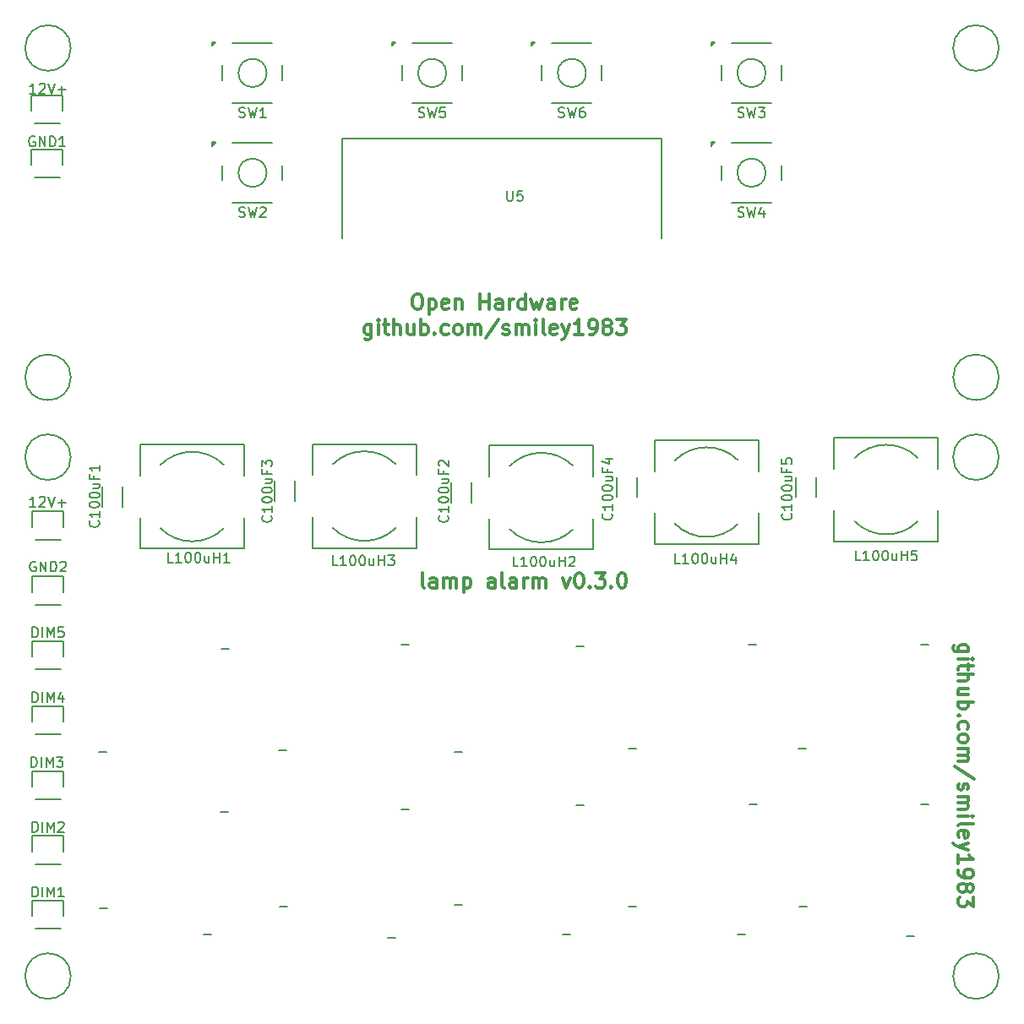
<source format=gbr>
G04 #@! TF.FileFunction,Legend,Top*
%FSLAX46Y46*%
G04 Gerber Fmt 4.6, Leading zero omitted, Abs format (unit mm)*
G04 Created by KiCad (PCBNEW 4.0.7) date Sat Oct  7 11:25:55 2017*
%MOMM*%
%LPD*%
G01*
G04 APERTURE LIST*
%ADD10C,0.100000*%
%ADD11C,0.300000*%
%ADD12C,0.150000*%
G04 APERTURE END LIST*
D10*
D11*
X71235716Y-87578571D02*
X71092858Y-87507143D01*
X71021430Y-87364286D01*
X71021430Y-86078571D01*
X72450001Y-87578571D02*
X72450001Y-86792857D01*
X72378572Y-86650000D01*
X72235715Y-86578571D01*
X71950001Y-86578571D01*
X71807144Y-86650000D01*
X72450001Y-87507143D02*
X72307144Y-87578571D01*
X71950001Y-87578571D01*
X71807144Y-87507143D01*
X71735715Y-87364286D01*
X71735715Y-87221429D01*
X71807144Y-87078571D01*
X71950001Y-87007143D01*
X72307144Y-87007143D01*
X72450001Y-86935714D01*
X73164287Y-87578571D02*
X73164287Y-86578571D01*
X73164287Y-86721429D02*
X73235715Y-86650000D01*
X73378573Y-86578571D01*
X73592858Y-86578571D01*
X73735715Y-86650000D01*
X73807144Y-86792857D01*
X73807144Y-87578571D01*
X73807144Y-86792857D02*
X73878573Y-86650000D01*
X74021430Y-86578571D01*
X74235715Y-86578571D01*
X74378573Y-86650000D01*
X74450001Y-86792857D01*
X74450001Y-87578571D01*
X75164287Y-86578571D02*
X75164287Y-88078571D01*
X75164287Y-86650000D02*
X75307144Y-86578571D01*
X75592858Y-86578571D01*
X75735715Y-86650000D01*
X75807144Y-86721429D01*
X75878573Y-86864286D01*
X75878573Y-87292857D01*
X75807144Y-87435714D01*
X75735715Y-87507143D01*
X75592858Y-87578571D01*
X75307144Y-87578571D01*
X75164287Y-87507143D01*
X78307144Y-87578571D02*
X78307144Y-86792857D01*
X78235715Y-86650000D01*
X78092858Y-86578571D01*
X77807144Y-86578571D01*
X77664287Y-86650000D01*
X78307144Y-87507143D02*
X78164287Y-87578571D01*
X77807144Y-87578571D01*
X77664287Y-87507143D01*
X77592858Y-87364286D01*
X77592858Y-87221429D01*
X77664287Y-87078571D01*
X77807144Y-87007143D01*
X78164287Y-87007143D01*
X78307144Y-86935714D01*
X79235716Y-87578571D02*
X79092858Y-87507143D01*
X79021430Y-87364286D01*
X79021430Y-86078571D01*
X80450001Y-87578571D02*
X80450001Y-86792857D01*
X80378572Y-86650000D01*
X80235715Y-86578571D01*
X79950001Y-86578571D01*
X79807144Y-86650000D01*
X80450001Y-87507143D02*
X80307144Y-87578571D01*
X79950001Y-87578571D01*
X79807144Y-87507143D01*
X79735715Y-87364286D01*
X79735715Y-87221429D01*
X79807144Y-87078571D01*
X79950001Y-87007143D01*
X80307144Y-87007143D01*
X80450001Y-86935714D01*
X81164287Y-87578571D02*
X81164287Y-86578571D01*
X81164287Y-86864286D02*
X81235715Y-86721429D01*
X81307144Y-86650000D01*
X81450001Y-86578571D01*
X81592858Y-86578571D01*
X82092858Y-87578571D02*
X82092858Y-86578571D01*
X82092858Y-86721429D02*
X82164286Y-86650000D01*
X82307144Y-86578571D01*
X82521429Y-86578571D01*
X82664286Y-86650000D01*
X82735715Y-86792857D01*
X82735715Y-87578571D01*
X82735715Y-86792857D02*
X82807144Y-86650000D01*
X82950001Y-86578571D01*
X83164286Y-86578571D01*
X83307144Y-86650000D01*
X83378572Y-86792857D01*
X83378572Y-87578571D01*
X85092858Y-86578571D02*
X85450001Y-87578571D01*
X85807143Y-86578571D01*
X86664286Y-86078571D02*
X86807143Y-86078571D01*
X86950000Y-86150000D01*
X87021429Y-86221429D01*
X87092858Y-86364286D01*
X87164286Y-86650000D01*
X87164286Y-87007143D01*
X87092858Y-87292857D01*
X87021429Y-87435714D01*
X86950000Y-87507143D01*
X86807143Y-87578571D01*
X86664286Y-87578571D01*
X86521429Y-87507143D01*
X86450000Y-87435714D01*
X86378572Y-87292857D01*
X86307143Y-87007143D01*
X86307143Y-86650000D01*
X86378572Y-86364286D01*
X86450000Y-86221429D01*
X86521429Y-86150000D01*
X86664286Y-86078571D01*
X87807143Y-87435714D02*
X87878571Y-87507143D01*
X87807143Y-87578571D01*
X87735714Y-87507143D01*
X87807143Y-87435714D01*
X87807143Y-87578571D01*
X88378572Y-86078571D02*
X89307143Y-86078571D01*
X88807143Y-86650000D01*
X89021429Y-86650000D01*
X89164286Y-86721429D01*
X89235715Y-86792857D01*
X89307143Y-86935714D01*
X89307143Y-87292857D01*
X89235715Y-87435714D01*
X89164286Y-87507143D01*
X89021429Y-87578571D01*
X88592857Y-87578571D01*
X88450000Y-87507143D01*
X88378572Y-87435714D01*
X89950000Y-87435714D02*
X90021428Y-87507143D01*
X89950000Y-87578571D01*
X89878571Y-87507143D01*
X89950000Y-87435714D01*
X89950000Y-87578571D01*
X90950000Y-86078571D02*
X91092857Y-86078571D01*
X91235714Y-86150000D01*
X91307143Y-86221429D01*
X91378572Y-86364286D01*
X91450000Y-86650000D01*
X91450000Y-87007143D01*
X91378572Y-87292857D01*
X91307143Y-87435714D01*
X91235714Y-87507143D01*
X91092857Y-87578571D01*
X90950000Y-87578571D01*
X90807143Y-87507143D01*
X90735714Y-87435714D01*
X90664286Y-87292857D01*
X90592857Y-87007143D01*
X90592857Y-86650000D01*
X90664286Y-86364286D01*
X90735714Y-86221429D01*
X90807143Y-86150000D01*
X90950000Y-86078571D01*
X125721429Y-94007143D02*
X124507143Y-94007143D01*
X124364286Y-93935714D01*
X124292857Y-93864286D01*
X124221429Y-93721429D01*
X124221429Y-93507143D01*
X124292857Y-93364286D01*
X124792857Y-94007143D02*
X124721429Y-93864286D01*
X124721429Y-93578572D01*
X124792857Y-93435714D01*
X124864286Y-93364286D01*
X125007143Y-93292857D01*
X125435714Y-93292857D01*
X125578571Y-93364286D01*
X125650000Y-93435714D01*
X125721429Y-93578572D01*
X125721429Y-93864286D01*
X125650000Y-94007143D01*
X124721429Y-94721429D02*
X125721429Y-94721429D01*
X126221429Y-94721429D02*
X126150000Y-94650000D01*
X126078571Y-94721429D01*
X126150000Y-94792857D01*
X126221429Y-94721429D01*
X126078571Y-94721429D01*
X125721429Y-95221429D02*
X125721429Y-95792858D01*
X126221429Y-95435715D02*
X124935714Y-95435715D01*
X124792857Y-95507143D01*
X124721429Y-95650001D01*
X124721429Y-95792858D01*
X124721429Y-96292858D02*
X126221429Y-96292858D01*
X124721429Y-96935715D02*
X125507143Y-96935715D01*
X125650000Y-96864286D01*
X125721429Y-96721429D01*
X125721429Y-96507144D01*
X125650000Y-96364286D01*
X125578571Y-96292858D01*
X125721429Y-98292858D02*
X124721429Y-98292858D01*
X125721429Y-97650001D02*
X124935714Y-97650001D01*
X124792857Y-97721429D01*
X124721429Y-97864287D01*
X124721429Y-98078572D01*
X124792857Y-98221429D01*
X124864286Y-98292858D01*
X124721429Y-99007144D02*
X126221429Y-99007144D01*
X125650000Y-99007144D02*
X125721429Y-99150001D01*
X125721429Y-99435715D01*
X125650000Y-99578572D01*
X125578571Y-99650001D01*
X125435714Y-99721430D01*
X125007143Y-99721430D01*
X124864286Y-99650001D01*
X124792857Y-99578572D01*
X124721429Y-99435715D01*
X124721429Y-99150001D01*
X124792857Y-99007144D01*
X124864286Y-100364287D02*
X124792857Y-100435715D01*
X124721429Y-100364287D01*
X124792857Y-100292858D01*
X124864286Y-100364287D01*
X124721429Y-100364287D01*
X124792857Y-101721430D02*
X124721429Y-101578573D01*
X124721429Y-101292859D01*
X124792857Y-101150001D01*
X124864286Y-101078573D01*
X125007143Y-101007144D01*
X125435714Y-101007144D01*
X125578571Y-101078573D01*
X125650000Y-101150001D01*
X125721429Y-101292859D01*
X125721429Y-101578573D01*
X125650000Y-101721430D01*
X124721429Y-102578573D02*
X124792857Y-102435715D01*
X124864286Y-102364287D01*
X125007143Y-102292858D01*
X125435714Y-102292858D01*
X125578571Y-102364287D01*
X125650000Y-102435715D01*
X125721429Y-102578573D01*
X125721429Y-102792858D01*
X125650000Y-102935715D01*
X125578571Y-103007144D01*
X125435714Y-103078573D01*
X125007143Y-103078573D01*
X124864286Y-103007144D01*
X124792857Y-102935715D01*
X124721429Y-102792858D01*
X124721429Y-102578573D01*
X124721429Y-103721430D02*
X125721429Y-103721430D01*
X125578571Y-103721430D02*
X125650000Y-103792858D01*
X125721429Y-103935716D01*
X125721429Y-104150001D01*
X125650000Y-104292858D01*
X125507143Y-104364287D01*
X124721429Y-104364287D01*
X125507143Y-104364287D02*
X125650000Y-104435716D01*
X125721429Y-104578573D01*
X125721429Y-104792858D01*
X125650000Y-104935716D01*
X125507143Y-105007144D01*
X124721429Y-105007144D01*
X126292857Y-106792858D02*
X124364286Y-105507144D01*
X124792857Y-107221430D02*
X124721429Y-107364287D01*
X124721429Y-107650002D01*
X124792857Y-107792859D01*
X124935714Y-107864287D01*
X125007143Y-107864287D01*
X125150000Y-107792859D01*
X125221429Y-107650002D01*
X125221429Y-107435716D01*
X125292857Y-107292859D01*
X125435714Y-107221430D01*
X125507143Y-107221430D01*
X125650000Y-107292859D01*
X125721429Y-107435716D01*
X125721429Y-107650002D01*
X125650000Y-107792859D01*
X124721429Y-108507145D02*
X125721429Y-108507145D01*
X125578571Y-108507145D02*
X125650000Y-108578573D01*
X125721429Y-108721431D01*
X125721429Y-108935716D01*
X125650000Y-109078573D01*
X125507143Y-109150002D01*
X124721429Y-109150002D01*
X125507143Y-109150002D02*
X125650000Y-109221431D01*
X125721429Y-109364288D01*
X125721429Y-109578573D01*
X125650000Y-109721431D01*
X125507143Y-109792859D01*
X124721429Y-109792859D01*
X124721429Y-110507145D02*
X125721429Y-110507145D01*
X126221429Y-110507145D02*
X126150000Y-110435716D01*
X126078571Y-110507145D01*
X126150000Y-110578573D01*
X126221429Y-110507145D01*
X126078571Y-110507145D01*
X124721429Y-111435717D02*
X124792857Y-111292859D01*
X124935714Y-111221431D01*
X126221429Y-111221431D01*
X124792857Y-112578573D02*
X124721429Y-112435716D01*
X124721429Y-112150002D01*
X124792857Y-112007145D01*
X124935714Y-111935716D01*
X125507143Y-111935716D01*
X125650000Y-112007145D01*
X125721429Y-112150002D01*
X125721429Y-112435716D01*
X125650000Y-112578573D01*
X125507143Y-112650002D01*
X125364286Y-112650002D01*
X125221429Y-111935716D01*
X125721429Y-113150002D02*
X124721429Y-113507145D01*
X125721429Y-113864287D02*
X124721429Y-113507145D01*
X124364286Y-113364287D01*
X124292857Y-113292859D01*
X124221429Y-113150002D01*
X124721429Y-115221430D02*
X124721429Y-114364287D01*
X124721429Y-114792859D02*
X126221429Y-114792859D01*
X126007143Y-114650002D01*
X125864286Y-114507144D01*
X125792857Y-114364287D01*
X124721429Y-115935715D02*
X124721429Y-116221430D01*
X124792857Y-116364287D01*
X124864286Y-116435715D01*
X125078571Y-116578573D01*
X125364286Y-116650001D01*
X125935714Y-116650001D01*
X126078571Y-116578573D01*
X126150000Y-116507144D01*
X126221429Y-116364287D01*
X126221429Y-116078573D01*
X126150000Y-115935715D01*
X126078571Y-115864287D01*
X125935714Y-115792858D01*
X125578571Y-115792858D01*
X125435714Y-115864287D01*
X125364286Y-115935715D01*
X125292857Y-116078573D01*
X125292857Y-116364287D01*
X125364286Y-116507144D01*
X125435714Y-116578573D01*
X125578571Y-116650001D01*
X125578571Y-117507144D02*
X125650000Y-117364286D01*
X125721429Y-117292858D01*
X125864286Y-117221429D01*
X125935714Y-117221429D01*
X126078571Y-117292858D01*
X126150000Y-117364286D01*
X126221429Y-117507144D01*
X126221429Y-117792858D01*
X126150000Y-117935715D01*
X126078571Y-118007144D01*
X125935714Y-118078572D01*
X125864286Y-118078572D01*
X125721429Y-118007144D01*
X125650000Y-117935715D01*
X125578571Y-117792858D01*
X125578571Y-117507144D01*
X125507143Y-117364286D01*
X125435714Y-117292858D01*
X125292857Y-117221429D01*
X125007143Y-117221429D01*
X124864286Y-117292858D01*
X124792857Y-117364286D01*
X124721429Y-117507144D01*
X124721429Y-117792858D01*
X124792857Y-117935715D01*
X124864286Y-118007144D01*
X125007143Y-118078572D01*
X125292857Y-118078572D01*
X125435714Y-118007144D01*
X125507143Y-117935715D01*
X125578571Y-117792858D01*
X126221429Y-118578572D02*
X126221429Y-119507143D01*
X125650000Y-119007143D01*
X125650000Y-119221429D01*
X125578571Y-119364286D01*
X125507143Y-119435715D01*
X125364286Y-119507143D01*
X125007143Y-119507143D01*
X124864286Y-119435715D01*
X124792857Y-119364286D01*
X124721429Y-119221429D01*
X124721429Y-118792857D01*
X124792857Y-118650000D01*
X124864286Y-118578572D01*
X70397143Y-58173571D02*
X70682857Y-58173571D01*
X70825715Y-58245000D01*
X70968572Y-58387857D01*
X71040000Y-58673571D01*
X71040000Y-59173571D01*
X70968572Y-59459286D01*
X70825715Y-59602143D01*
X70682857Y-59673571D01*
X70397143Y-59673571D01*
X70254286Y-59602143D01*
X70111429Y-59459286D01*
X70040000Y-59173571D01*
X70040000Y-58673571D01*
X70111429Y-58387857D01*
X70254286Y-58245000D01*
X70397143Y-58173571D01*
X71682858Y-58673571D02*
X71682858Y-60173571D01*
X71682858Y-58745000D02*
X71825715Y-58673571D01*
X72111429Y-58673571D01*
X72254286Y-58745000D01*
X72325715Y-58816429D01*
X72397144Y-58959286D01*
X72397144Y-59387857D01*
X72325715Y-59530714D01*
X72254286Y-59602143D01*
X72111429Y-59673571D01*
X71825715Y-59673571D01*
X71682858Y-59602143D01*
X73611429Y-59602143D02*
X73468572Y-59673571D01*
X73182858Y-59673571D01*
X73040001Y-59602143D01*
X72968572Y-59459286D01*
X72968572Y-58887857D01*
X73040001Y-58745000D01*
X73182858Y-58673571D01*
X73468572Y-58673571D01*
X73611429Y-58745000D01*
X73682858Y-58887857D01*
X73682858Y-59030714D01*
X72968572Y-59173571D01*
X74325715Y-58673571D02*
X74325715Y-59673571D01*
X74325715Y-58816429D02*
X74397143Y-58745000D01*
X74540001Y-58673571D01*
X74754286Y-58673571D01*
X74897143Y-58745000D01*
X74968572Y-58887857D01*
X74968572Y-59673571D01*
X76825715Y-59673571D02*
X76825715Y-58173571D01*
X76825715Y-58887857D02*
X77682858Y-58887857D01*
X77682858Y-59673571D02*
X77682858Y-58173571D01*
X79040001Y-59673571D02*
X79040001Y-58887857D01*
X78968572Y-58745000D01*
X78825715Y-58673571D01*
X78540001Y-58673571D01*
X78397144Y-58745000D01*
X79040001Y-59602143D02*
X78897144Y-59673571D01*
X78540001Y-59673571D01*
X78397144Y-59602143D01*
X78325715Y-59459286D01*
X78325715Y-59316429D01*
X78397144Y-59173571D01*
X78540001Y-59102143D01*
X78897144Y-59102143D01*
X79040001Y-59030714D01*
X79754287Y-59673571D02*
X79754287Y-58673571D01*
X79754287Y-58959286D02*
X79825715Y-58816429D01*
X79897144Y-58745000D01*
X80040001Y-58673571D01*
X80182858Y-58673571D01*
X81325715Y-59673571D02*
X81325715Y-58173571D01*
X81325715Y-59602143D02*
X81182858Y-59673571D01*
X80897144Y-59673571D01*
X80754286Y-59602143D01*
X80682858Y-59530714D01*
X80611429Y-59387857D01*
X80611429Y-58959286D01*
X80682858Y-58816429D01*
X80754286Y-58745000D01*
X80897144Y-58673571D01*
X81182858Y-58673571D01*
X81325715Y-58745000D01*
X81897144Y-58673571D02*
X82182858Y-59673571D01*
X82468572Y-58959286D01*
X82754287Y-59673571D01*
X83040001Y-58673571D01*
X84254287Y-59673571D02*
X84254287Y-58887857D01*
X84182858Y-58745000D01*
X84040001Y-58673571D01*
X83754287Y-58673571D01*
X83611430Y-58745000D01*
X84254287Y-59602143D02*
X84111430Y-59673571D01*
X83754287Y-59673571D01*
X83611430Y-59602143D01*
X83540001Y-59459286D01*
X83540001Y-59316429D01*
X83611430Y-59173571D01*
X83754287Y-59102143D01*
X84111430Y-59102143D01*
X84254287Y-59030714D01*
X84968573Y-59673571D02*
X84968573Y-58673571D01*
X84968573Y-58959286D02*
X85040001Y-58816429D01*
X85111430Y-58745000D01*
X85254287Y-58673571D01*
X85397144Y-58673571D01*
X86468572Y-59602143D02*
X86325715Y-59673571D01*
X86040001Y-59673571D01*
X85897144Y-59602143D01*
X85825715Y-59459286D01*
X85825715Y-58887857D01*
X85897144Y-58745000D01*
X86040001Y-58673571D01*
X86325715Y-58673571D01*
X86468572Y-58745000D01*
X86540001Y-58887857D01*
X86540001Y-59030714D01*
X85825715Y-59173571D01*
X65897143Y-61223571D02*
X65897143Y-62437857D01*
X65825714Y-62580714D01*
X65754286Y-62652143D01*
X65611429Y-62723571D01*
X65397143Y-62723571D01*
X65254286Y-62652143D01*
X65897143Y-62152143D02*
X65754286Y-62223571D01*
X65468572Y-62223571D01*
X65325714Y-62152143D01*
X65254286Y-62080714D01*
X65182857Y-61937857D01*
X65182857Y-61509286D01*
X65254286Y-61366429D01*
X65325714Y-61295000D01*
X65468572Y-61223571D01*
X65754286Y-61223571D01*
X65897143Y-61295000D01*
X66611429Y-62223571D02*
X66611429Y-61223571D01*
X66611429Y-60723571D02*
X66540000Y-60795000D01*
X66611429Y-60866429D01*
X66682857Y-60795000D01*
X66611429Y-60723571D01*
X66611429Y-60866429D01*
X67111429Y-61223571D02*
X67682858Y-61223571D01*
X67325715Y-60723571D02*
X67325715Y-62009286D01*
X67397143Y-62152143D01*
X67540001Y-62223571D01*
X67682858Y-62223571D01*
X68182858Y-62223571D02*
X68182858Y-60723571D01*
X68825715Y-62223571D02*
X68825715Y-61437857D01*
X68754286Y-61295000D01*
X68611429Y-61223571D01*
X68397144Y-61223571D01*
X68254286Y-61295000D01*
X68182858Y-61366429D01*
X70182858Y-61223571D02*
X70182858Y-62223571D01*
X69540001Y-61223571D02*
X69540001Y-62009286D01*
X69611429Y-62152143D01*
X69754287Y-62223571D01*
X69968572Y-62223571D01*
X70111429Y-62152143D01*
X70182858Y-62080714D01*
X70897144Y-62223571D02*
X70897144Y-60723571D01*
X70897144Y-61295000D02*
X71040001Y-61223571D01*
X71325715Y-61223571D01*
X71468572Y-61295000D01*
X71540001Y-61366429D01*
X71611430Y-61509286D01*
X71611430Y-61937857D01*
X71540001Y-62080714D01*
X71468572Y-62152143D01*
X71325715Y-62223571D01*
X71040001Y-62223571D01*
X70897144Y-62152143D01*
X72254287Y-62080714D02*
X72325715Y-62152143D01*
X72254287Y-62223571D01*
X72182858Y-62152143D01*
X72254287Y-62080714D01*
X72254287Y-62223571D01*
X73611430Y-62152143D02*
X73468573Y-62223571D01*
X73182859Y-62223571D01*
X73040001Y-62152143D01*
X72968573Y-62080714D01*
X72897144Y-61937857D01*
X72897144Y-61509286D01*
X72968573Y-61366429D01*
X73040001Y-61295000D01*
X73182859Y-61223571D01*
X73468573Y-61223571D01*
X73611430Y-61295000D01*
X74468573Y-62223571D02*
X74325715Y-62152143D01*
X74254287Y-62080714D01*
X74182858Y-61937857D01*
X74182858Y-61509286D01*
X74254287Y-61366429D01*
X74325715Y-61295000D01*
X74468573Y-61223571D01*
X74682858Y-61223571D01*
X74825715Y-61295000D01*
X74897144Y-61366429D01*
X74968573Y-61509286D01*
X74968573Y-61937857D01*
X74897144Y-62080714D01*
X74825715Y-62152143D01*
X74682858Y-62223571D01*
X74468573Y-62223571D01*
X75611430Y-62223571D02*
X75611430Y-61223571D01*
X75611430Y-61366429D02*
X75682858Y-61295000D01*
X75825716Y-61223571D01*
X76040001Y-61223571D01*
X76182858Y-61295000D01*
X76254287Y-61437857D01*
X76254287Y-62223571D01*
X76254287Y-61437857D02*
X76325716Y-61295000D01*
X76468573Y-61223571D01*
X76682858Y-61223571D01*
X76825716Y-61295000D01*
X76897144Y-61437857D01*
X76897144Y-62223571D01*
X78682858Y-60652143D02*
X77397144Y-62580714D01*
X79111430Y-62152143D02*
X79254287Y-62223571D01*
X79540002Y-62223571D01*
X79682859Y-62152143D01*
X79754287Y-62009286D01*
X79754287Y-61937857D01*
X79682859Y-61795000D01*
X79540002Y-61723571D01*
X79325716Y-61723571D01*
X79182859Y-61652143D01*
X79111430Y-61509286D01*
X79111430Y-61437857D01*
X79182859Y-61295000D01*
X79325716Y-61223571D01*
X79540002Y-61223571D01*
X79682859Y-61295000D01*
X80397145Y-62223571D02*
X80397145Y-61223571D01*
X80397145Y-61366429D02*
X80468573Y-61295000D01*
X80611431Y-61223571D01*
X80825716Y-61223571D01*
X80968573Y-61295000D01*
X81040002Y-61437857D01*
X81040002Y-62223571D01*
X81040002Y-61437857D02*
X81111431Y-61295000D01*
X81254288Y-61223571D01*
X81468573Y-61223571D01*
X81611431Y-61295000D01*
X81682859Y-61437857D01*
X81682859Y-62223571D01*
X82397145Y-62223571D02*
X82397145Y-61223571D01*
X82397145Y-60723571D02*
X82325716Y-60795000D01*
X82397145Y-60866429D01*
X82468573Y-60795000D01*
X82397145Y-60723571D01*
X82397145Y-60866429D01*
X83325717Y-62223571D02*
X83182859Y-62152143D01*
X83111431Y-62009286D01*
X83111431Y-60723571D01*
X84468573Y-62152143D02*
X84325716Y-62223571D01*
X84040002Y-62223571D01*
X83897145Y-62152143D01*
X83825716Y-62009286D01*
X83825716Y-61437857D01*
X83897145Y-61295000D01*
X84040002Y-61223571D01*
X84325716Y-61223571D01*
X84468573Y-61295000D01*
X84540002Y-61437857D01*
X84540002Y-61580714D01*
X83825716Y-61723571D01*
X85040002Y-61223571D02*
X85397145Y-62223571D01*
X85754287Y-61223571D02*
X85397145Y-62223571D01*
X85254287Y-62580714D01*
X85182859Y-62652143D01*
X85040002Y-62723571D01*
X87111430Y-62223571D02*
X86254287Y-62223571D01*
X86682859Y-62223571D02*
X86682859Y-60723571D01*
X86540002Y-60937857D01*
X86397144Y-61080714D01*
X86254287Y-61152143D01*
X87825715Y-62223571D02*
X88111430Y-62223571D01*
X88254287Y-62152143D01*
X88325715Y-62080714D01*
X88468573Y-61866429D01*
X88540001Y-61580714D01*
X88540001Y-61009286D01*
X88468573Y-60866429D01*
X88397144Y-60795000D01*
X88254287Y-60723571D01*
X87968573Y-60723571D01*
X87825715Y-60795000D01*
X87754287Y-60866429D01*
X87682858Y-61009286D01*
X87682858Y-61366429D01*
X87754287Y-61509286D01*
X87825715Y-61580714D01*
X87968573Y-61652143D01*
X88254287Y-61652143D01*
X88397144Y-61580714D01*
X88468573Y-61509286D01*
X88540001Y-61366429D01*
X89397144Y-61366429D02*
X89254286Y-61295000D01*
X89182858Y-61223571D01*
X89111429Y-61080714D01*
X89111429Y-61009286D01*
X89182858Y-60866429D01*
X89254286Y-60795000D01*
X89397144Y-60723571D01*
X89682858Y-60723571D01*
X89825715Y-60795000D01*
X89897144Y-60866429D01*
X89968572Y-61009286D01*
X89968572Y-61080714D01*
X89897144Y-61223571D01*
X89825715Y-61295000D01*
X89682858Y-61366429D01*
X89397144Y-61366429D01*
X89254286Y-61437857D01*
X89182858Y-61509286D01*
X89111429Y-61652143D01*
X89111429Y-61937857D01*
X89182858Y-62080714D01*
X89254286Y-62152143D01*
X89397144Y-62223571D01*
X89682858Y-62223571D01*
X89825715Y-62152143D01*
X89897144Y-62080714D01*
X89968572Y-61937857D01*
X89968572Y-61652143D01*
X89897144Y-61509286D01*
X89825715Y-61437857D01*
X89682858Y-61366429D01*
X90468572Y-60723571D02*
X91397143Y-60723571D01*
X90897143Y-61295000D01*
X91111429Y-61295000D01*
X91254286Y-61366429D01*
X91325715Y-61437857D01*
X91397143Y-61580714D01*
X91397143Y-61937857D01*
X91325715Y-62080714D01*
X91254286Y-62152143D01*
X91111429Y-62223571D01*
X90682857Y-62223571D01*
X90540000Y-62152143D01*
X90468572Y-62080714D01*
D12*
X34950000Y-38250000D02*
X34950000Y-39800000D01*
X31850000Y-39800000D02*
X31850000Y-38250000D01*
X31850000Y-38250000D02*
X34950000Y-38250000D01*
X32130000Y-41070000D02*
X34670000Y-41070000D01*
X35050000Y-79950000D02*
X35050000Y-81500000D01*
X31950000Y-81500000D02*
X31950000Y-79950000D01*
X31950000Y-79950000D02*
X35050000Y-79950000D01*
X32230000Y-82770000D02*
X34770000Y-82770000D01*
X40975000Y-79450000D02*
X40975000Y-77450000D01*
X38925000Y-77450000D02*
X38925000Y-79450000D01*
X75975000Y-79050000D02*
X75975000Y-77050000D01*
X73925000Y-77050000D02*
X73925000Y-79050000D01*
X58225000Y-78900000D02*
X58225000Y-76900000D01*
X56175000Y-76900000D02*
X56175000Y-78900000D01*
X92525000Y-78500000D02*
X92525000Y-76500000D01*
X90475000Y-76500000D02*
X90475000Y-78500000D01*
X110525000Y-78500000D02*
X110525000Y-76500000D01*
X108475000Y-76500000D02*
X108475000Y-78500000D01*
X35050000Y-118950000D02*
X35050000Y-120500000D01*
X31950000Y-120500000D02*
X31950000Y-118950000D01*
X31950000Y-118950000D02*
X35050000Y-118950000D01*
X32230000Y-121770000D02*
X34770000Y-121770000D01*
X35050000Y-112450000D02*
X35050000Y-114000000D01*
X31950000Y-114000000D02*
X31950000Y-112450000D01*
X31950000Y-112450000D02*
X35050000Y-112450000D01*
X32230000Y-115270000D02*
X34770000Y-115270000D01*
X35050000Y-105950000D02*
X35050000Y-107500000D01*
X31950000Y-107500000D02*
X31950000Y-105950000D01*
X31950000Y-105950000D02*
X35050000Y-105950000D01*
X32230000Y-108770000D02*
X34770000Y-108770000D01*
X35050000Y-99450000D02*
X35050000Y-101000000D01*
X31950000Y-101000000D02*
X31950000Y-99450000D01*
X31950000Y-99450000D02*
X35050000Y-99450000D01*
X32230000Y-102270000D02*
X34770000Y-102270000D01*
X35050000Y-92950000D02*
X35050000Y-94500000D01*
X31950000Y-94500000D02*
X31950000Y-92950000D01*
X31950000Y-92950000D02*
X35050000Y-92950000D01*
X32230000Y-95770000D02*
X34770000Y-95770000D01*
X34950000Y-43650000D02*
X34950000Y-45200000D01*
X31850000Y-45200000D02*
X31850000Y-43650000D01*
X31850000Y-43650000D02*
X34950000Y-43650000D01*
X32130000Y-46470000D02*
X34670000Y-46470000D01*
X35050000Y-86450000D02*
X35050000Y-88000000D01*
X31950000Y-88000000D02*
X31950000Y-86450000D01*
X31950000Y-86450000D02*
X35050000Y-86450000D01*
X32230000Y-89270000D02*
X34770000Y-89270000D01*
X44775000Y-81625000D02*
G75*
G03X51125000Y-81625000I3175000J3175000D01*
G01*
X51125000Y-75275000D02*
G75*
G03X44775000Y-75275000I-3175000J-3175000D01*
G01*
X53150000Y-73250000D02*
X53150000Y-76350000D01*
X42750000Y-73250000D02*
X42750000Y-76350000D01*
X53150000Y-83650000D02*
X53150000Y-80550000D01*
X42750000Y-83650000D02*
X42750000Y-80550000D01*
X42750000Y-73250000D02*
X53150000Y-73250000D01*
X42750000Y-83650000D02*
X53150000Y-83650000D01*
X79775000Y-81725000D02*
G75*
G03X86125000Y-81725000I3175000J3175000D01*
G01*
X86125000Y-75375000D02*
G75*
G03X79775000Y-75375000I-3175000J-3175000D01*
G01*
X88150000Y-73350000D02*
X88150000Y-76450000D01*
X77750000Y-73350000D02*
X77750000Y-76450000D01*
X88150000Y-83750000D02*
X88150000Y-80650000D01*
X77750000Y-83750000D02*
X77750000Y-80650000D01*
X77750000Y-73350000D02*
X88150000Y-73350000D01*
X77750000Y-83750000D02*
X88150000Y-83750000D01*
X62025000Y-81575000D02*
G75*
G03X68375000Y-81575000I3175000J3175000D01*
G01*
X68375000Y-75225000D02*
G75*
G03X62025000Y-75225000I-3175000J-3175000D01*
G01*
X70400000Y-73200000D02*
X70400000Y-76300000D01*
X60000000Y-73200000D02*
X60000000Y-76300000D01*
X70400000Y-83600000D02*
X70400000Y-80500000D01*
X60000000Y-83600000D02*
X60000000Y-80500000D01*
X60000000Y-73200000D02*
X70400000Y-73200000D01*
X60000000Y-83600000D02*
X70400000Y-83600000D01*
X96325000Y-81175000D02*
G75*
G03X102675000Y-81175000I3175000J3175000D01*
G01*
X102675000Y-74825000D02*
G75*
G03X96325000Y-74825000I-3175000J-3175000D01*
G01*
X104700000Y-72800000D02*
X104700000Y-75900000D01*
X94300000Y-72800000D02*
X94300000Y-75900000D01*
X104700000Y-83200000D02*
X104700000Y-80100000D01*
X94300000Y-83200000D02*
X94300000Y-80100000D01*
X94300000Y-72800000D02*
X104700000Y-72800000D01*
X94300000Y-83200000D02*
X104700000Y-83200000D01*
X114325000Y-80925000D02*
G75*
G03X120675000Y-80925000I3175000J3175000D01*
G01*
X120675000Y-74575000D02*
G75*
G03X114325000Y-74575000I-3175000J-3175000D01*
G01*
X122700000Y-72550000D02*
X122700000Y-75650000D01*
X112300000Y-72550000D02*
X112300000Y-75650000D01*
X122700000Y-82950000D02*
X122700000Y-79850000D01*
X112300000Y-82950000D02*
X112300000Y-79850000D01*
X112300000Y-72550000D02*
X122700000Y-72550000D01*
X112300000Y-82950000D02*
X122700000Y-82950000D01*
X50050000Y-33000000D02*
X50050000Y-33100000D01*
X49950000Y-32950000D02*
X50300000Y-32950000D01*
X50300000Y-32950000D02*
G75*
G03X49950000Y-33300000I700000J-1050000D01*
G01*
X49950000Y-32950000D02*
X49950000Y-33300000D01*
X55414214Y-36000000D02*
G75*
G03X55414214Y-36000000I-1414214J0D01*
G01*
X52000000Y-39000000D02*
X56000000Y-39000000D01*
X52000000Y-33000000D02*
X56000000Y-33000000D01*
X51000000Y-36750000D02*
X51000000Y-35250000D01*
X57000000Y-35250000D02*
X57000000Y-36750000D01*
D10*
X51000000Y-36000000D02*
X51000000Y-36000000D01*
X56000000Y-39000000D02*
X52000000Y-39000000D01*
X56000000Y-33000000D02*
X52000000Y-33000000D01*
X57000000Y-36000000D02*
X57000000Y-36000000D01*
X55414214Y-36000000D02*
G75*
G03X55414214Y-36000000I-1414214J0D01*
G01*
D12*
X50050000Y-43000000D02*
X50050000Y-43100000D01*
X49950000Y-42950000D02*
X50300000Y-42950000D01*
X50300000Y-42950000D02*
G75*
G03X49950000Y-43300000I700000J-1050000D01*
G01*
X49950000Y-42950000D02*
X49950000Y-43300000D01*
X55414214Y-46000000D02*
G75*
G03X55414214Y-46000000I-1414214J0D01*
G01*
X52000000Y-49000000D02*
X56000000Y-49000000D01*
X52000000Y-43000000D02*
X56000000Y-43000000D01*
X51000000Y-46750000D02*
X51000000Y-45250000D01*
X57000000Y-45250000D02*
X57000000Y-46750000D01*
D10*
X51000000Y-46000000D02*
X51000000Y-46000000D01*
X56000000Y-49000000D02*
X52000000Y-49000000D01*
X56000000Y-43000000D02*
X52000000Y-43000000D01*
X57000000Y-46000000D02*
X57000000Y-46000000D01*
X55414214Y-46000000D02*
G75*
G03X55414214Y-46000000I-1414214J0D01*
G01*
D12*
X100050000Y-33000000D02*
X100050000Y-33100000D01*
X99950000Y-32950000D02*
X100300000Y-32950000D01*
X100300000Y-32950000D02*
G75*
G03X99950000Y-33300000I700000J-1050000D01*
G01*
X99950000Y-32950000D02*
X99950000Y-33300000D01*
X105414214Y-36000000D02*
G75*
G03X105414214Y-36000000I-1414214J0D01*
G01*
X102000000Y-39000000D02*
X106000000Y-39000000D01*
X102000000Y-33000000D02*
X106000000Y-33000000D01*
X101000000Y-36750000D02*
X101000000Y-35250000D01*
X107000000Y-35250000D02*
X107000000Y-36750000D01*
D10*
X101000000Y-36000000D02*
X101000000Y-36000000D01*
X106000000Y-39000000D02*
X102000000Y-39000000D01*
X106000000Y-33000000D02*
X102000000Y-33000000D01*
X107000000Y-36000000D02*
X107000000Y-36000000D01*
X105414214Y-36000000D02*
G75*
G03X105414214Y-36000000I-1414214J0D01*
G01*
D12*
X100050000Y-43000000D02*
X100050000Y-43100000D01*
X99950000Y-42950000D02*
X100300000Y-42950000D01*
X100300000Y-42950000D02*
G75*
G03X99950000Y-43300000I700000J-1050000D01*
G01*
X99950000Y-42950000D02*
X99950000Y-43300000D01*
X105414214Y-46000000D02*
G75*
G03X105414214Y-46000000I-1414214J0D01*
G01*
X102000000Y-49000000D02*
X106000000Y-49000000D01*
X102000000Y-43000000D02*
X106000000Y-43000000D01*
X101000000Y-46750000D02*
X101000000Y-45250000D01*
X107000000Y-45250000D02*
X107000000Y-46750000D01*
D10*
X101000000Y-46000000D02*
X101000000Y-46000000D01*
X106000000Y-49000000D02*
X102000000Y-49000000D01*
X106000000Y-43000000D02*
X102000000Y-43000000D01*
X107000000Y-46000000D02*
X107000000Y-46000000D01*
X105414214Y-46000000D02*
G75*
G03X105414214Y-46000000I-1414214J0D01*
G01*
D12*
X68050000Y-33000000D02*
X68050000Y-33100000D01*
X67950000Y-32950000D02*
X68300000Y-32950000D01*
X68300000Y-32950000D02*
G75*
G03X67950000Y-33300000I700000J-1050000D01*
G01*
X67950000Y-32950000D02*
X67950000Y-33300000D01*
X73414214Y-36000000D02*
G75*
G03X73414214Y-36000000I-1414214J0D01*
G01*
X70000000Y-39000000D02*
X74000000Y-39000000D01*
X70000000Y-33000000D02*
X74000000Y-33000000D01*
X69000000Y-36750000D02*
X69000000Y-35250000D01*
X75000000Y-35250000D02*
X75000000Y-36750000D01*
D10*
X69000000Y-36000000D02*
X69000000Y-36000000D01*
X74000000Y-39000000D02*
X70000000Y-39000000D01*
X74000000Y-33000000D02*
X70000000Y-33000000D01*
X75000000Y-36000000D02*
X75000000Y-36000000D01*
X73414214Y-36000000D02*
G75*
G03X73414214Y-36000000I-1414214J0D01*
G01*
D12*
X82050000Y-33000000D02*
X82050000Y-33100000D01*
X81950000Y-32950000D02*
X82300000Y-32950000D01*
X82300000Y-32950000D02*
G75*
G03X81950000Y-33300000I700000J-1050000D01*
G01*
X81950000Y-32950000D02*
X81950000Y-33300000D01*
X87414214Y-36000000D02*
G75*
G03X87414214Y-36000000I-1414214J0D01*
G01*
X84000000Y-39000000D02*
X88000000Y-39000000D01*
X84000000Y-33000000D02*
X88000000Y-33000000D01*
X83000000Y-36750000D02*
X83000000Y-35250000D01*
X89000000Y-35250000D02*
X89000000Y-36750000D01*
D10*
X83000000Y-36000000D02*
X83000000Y-36000000D01*
X88000000Y-39000000D02*
X84000000Y-39000000D01*
X88000000Y-33000000D02*
X84000000Y-33000000D01*
X89000000Y-36000000D02*
X89000000Y-36000000D01*
X87414214Y-36000000D02*
G75*
G03X87414214Y-36000000I-1414214J0D01*
G01*
D12*
X94949400Y-42600000D02*
X94949400Y-52600000D01*
X62949400Y-42600000D02*
X94949400Y-42600000D01*
X62949400Y-42600000D02*
X62949400Y-52600000D01*
X35786000Y-33500000D02*
G75*
G03X35786000Y-33500000I-2286000J0D01*
G01*
X35786000Y-66500000D02*
G75*
G03X35786000Y-66500000I-2286000J0D01*
G01*
X128786000Y-33500000D02*
G75*
G03X128786000Y-33500000I-2286000J0D01*
G01*
X128786000Y-66500000D02*
G75*
G03X128786000Y-66500000I-2286000J0D01*
G01*
X128786000Y-126500000D02*
G75*
G03X128786000Y-126500000I-2286000J0D01*
G01*
X128786000Y-74500000D02*
G75*
G03X128786000Y-74500000I-2286000J0D01*
G01*
X35786000Y-126500000D02*
G75*
G03X35786000Y-126500000I-2286000J0D01*
G01*
X35786000Y-74500000D02*
G75*
G03X35786000Y-74500000I-2286000J0D01*
G01*
X50819048Y-110071429D02*
X51580953Y-110071429D01*
X32261905Y-38052381D02*
X31690476Y-38052381D01*
X31976190Y-38052381D02*
X31976190Y-37052381D01*
X31880952Y-37195238D01*
X31785714Y-37290476D01*
X31690476Y-37338095D01*
X32642857Y-37147619D02*
X32690476Y-37100000D01*
X32785714Y-37052381D01*
X33023810Y-37052381D01*
X33119048Y-37100000D01*
X33166667Y-37147619D01*
X33214286Y-37242857D01*
X33214286Y-37338095D01*
X33166667Y-37480952D01*
X32595238Y-38052381D01*
X33214286Y-38052381D01*
X33500000Y-37052381D02*
X33833333Y-38052381D01*
X34166667Y-37052381D01*
X34500000Y-37671429D02*
X35261905Y-37671429D01*
X34880953Y-38052381D02*
X34880953Y-37290476D01*
X32261905Y-79452381D02*
X31690476Y-79452381D01*
X31976190Y-79452381D02*
X31976190Y-78452381D01*
X31880952Y-78595238D01*
X31785714Y-78690476D01*
X31690476Y-78738095D01*
X32642857Y-78547619D02*
X32690476Y-78500000D01*
X32785714Y-78452381D01*
X33023810Y-78452381D01*
X33119048Y-78500000D01*
X33166667Y-78547619D01*
X33214286Y-78642857D01*
X33214286Y-78738095D01*
X33166667Y-78880952D01*
X32595238Y-79452381D01*
X33214286Y-79452381D01*
X33500000Y-78452381D02*
X33833333Y-79452381D01*
X34166667Y-78452381D01*
X34500000Y-79071429D02*
X35261905Y-79071429D01*
X34880953Y-79452381D02*
X34880953Y-78690476D01*
X38557143Y-80876190D02*
X38604762Y-80923809D01*
X38652381Y-81066666D01*
X38652381Y-81161904D01*
X38604762Y-81304762D01*
X38509524Y-81400000D01*
X38414286Y-81447619D01*
X38223810Y-81495238D01*
X38080952Y-81495238D01*
X37890476Y-81447619D01*
X37795238Y-81400000D01*
X37700000Y-81304762D01*
X37652381Y-81161904D01*
X37652381Y-81066666D01*
X37700000Y-80923809D01*
X37747619Y-80876190D01*
X38652381Y-79923809D02*
X38652381Y-80495238D01*
X38652381Y-80209524D02*
X37652381Y-80209524D01*
X37795238Y-80304762D01*
X37890476Y-80400000D01*
X37938095Y-80495238D01*
X37652381Y-79304762D02*
X37652381Y-79209523D01*
X37700000Y-79114285D01*
X37747619Y-79066666D01*
X37842857Y-79019047D01*
X38033333Y-78971428D01*
X38271429Y-78971428D01*
X38461905Y-79019047D01*
X38557143Y-79066666D01*
X38604762Y-79114285D01*
X38652381Y-79209523D01*
X38652381Y-79304762D01*
X38604762Y-79400000D01*
X38557143Y-79447619D01*
X38461905Y-79495238D01*
X38271429Y-79542857D01*
X38033333Y-79542857D01*
X37842857Y-79495238D01*
X37747619Y-79447619D01*
X37700000Y-79400000D01*
X37652381Y-79304762D01*
X37652381Y-78352381D02*
X37652381Y-78257142D01*
X37700000Y-78161904D01*
X37747619Y-78114285D01*
X37842857Y-78066666D01*
X38033333Y-78019047D01*
X38271429Y-78019047D01*
X38461905Y-78066666D01*
X38557143Y-78114285D01*
X38604762Y-78161904D01*
X38652381Y-78257142D01*
X38652381Y-78352381D01*
X38604762Y-78447619D01*
X38557143Y-78495238D01*
X38461905Y-78542857D01*
X38271429Y-78590476D01*
X38033333Y-78590476D01*
X37842857Y-78542857D01*
X37747619Y-78495238D01*
X37700000Y-78447619D01*
X37652381Y-78352381D01*
X37985714Y-77161904D02*
X38652381Y-77161904D01*
X37985714Y-77590476D02*
X38509524Y-77590476D01*
X38604762Y-77542857D01*
X38652381Y-77447619D01*
X38652381Y-77304761D01*
X38604762Y-77209523D01*
X38557143Y-77161904D01*
X38128571Y-76352380D02*
X38128571Y-76685714D01*
X38652381Y-76685714D02*
X37652381Y-76685714D01*
X37652381Y-76209523D01*
X38652381Y-75304761D02*
X38652381Y-75876190D01*
X38652381Y-75590476D02*
X37652381Y-75590476D01*
X37795238Y-75685714D01*
X37890476Y-75780952D01*
X37938095Y-75876190D01*
X73557143Y-80376190D02*
X73604762Y-80423809D01*
X73652381Y-80566666D01*
X73652381Y-80661904D01*
X73604762Y-80804762D01*
X73509524Y-80900000D01*
X73414286Y-80947619D01*
X73223810Y-80995238D01*
X73080952Y-80995238D01*
X72890476Y-80947619D01*
X72795238Y-80900000D01*
X72700000Y-80804762D01*
X72652381Y-80661904D01*
X72652381Y-80566666D01*
X72700000Y-80423809D01*
X72747619Y-80376190D01*
X73652381Y-79423809D02*
X73652381Y-79995238D01*
X73652381Y-79709524D02*
X72652381Y-79709524D01*
X72795238Y-79804762D01*
X72890476Y-79900000D01*
X72938095Y-79995238D01*
X72652381Y-78804762D02*
X72652381Y-78709523D01*
X72700000Y-78614285D01*
X72747619Y-78566666D01*
X72842857Y-78519047D01*
X73033333Y-78471428D01*
X73271429Y-78471428D01*
X73461905Y-78519047D01*
X73557143Y-78566666D01*
X73604762Y-78614285D01*
X73652381Y-78709523D01*
X73652381Y-78804762D01*
X73604762Y-78900000D01*
X73557143Y-78947619D01*
X73461905Y-78995238D01*
X73271429Y-79042857D01*
X73033333Y-79042857D01*
X72842857Y-78995238D01*
X72747619Y-78947619D01*
X72700000Y-78900000D01*
X72652381Y-78804762D01*
X72652381Y-77852381D02*
X72652381Y-77757142D01*
X72700000Y-77661904D01*
X72747619Y-77614285D01*
X72842857Y-77566666D01*
X73033333Y-77519047D01*
X73271429Y-77519047D01*
X73461905Y-77566666D01*
X73557143Y-77614285D01*
X73604762Y-77661904D01*
X73652381Y-77757142D01*
X73652381Y-77852381D01*
X73604762Y-77947619D01*
X73557143Y-77995238D01*
X73461905Y-78042857D01*
X73271429Y-78090476D01*
X73033333Y-78090476D01*
X72842857Y-78042857D01*
X72747619Y-77995238D01*
X72700000Y-77947619D01*
X72652381Y-77852381D01*
X72985714Y-76661904D02*
X73652381Y-76661904D01*
X72985714Y-77090476D02*
X73509524Y-77090476D01*
X73604762Y-77042857D01*
X73652381Y-76947619D01*
X73652381Y-76804761D01*
X73604762Y-76709523D01*
X73557143Y-76661904D01*
X73128571Y-75852380D02*
X73128571Y-76185714D01*
X73652381Y-76185714D02*
X72652381Y-76185714D01*
X72652381Y-75709523D01*
X72747619Y-75376190D02*
X72700000Y-75328571D01*
X72652381Y-75233333D01*
X72652381Y-74995237D01*
X72700000Y-74899999D01*
X72747619Y-74852380D01*
X72842857Y-74804761D01*
X72938095Y-74804761D01*
X73080952Y-74852380D01*
X73652381Y-75423809D01*
X73652381Y-74804761D01*
X55857143Y-80376190D02*
X55904762Y-80423809D01*
X55952381Y-80566666D01*
X55952381Y-80661904D01*
X55904762Y-80804762D01*
X55809524Y-80900000D01*
X55714286Y-80947619D01*
X55523810Y-80995238D01*
X55380952Y-80995238D01*
X55190476Y-80947619D01*
X55095238Y-80900000D01*
X55000000Y-80804762D01*
X54952381Y-80661904D01*
X54952381Y-80566666D01*
X55000000Y-80423809D01*
X55047619Y-80376190D01*
X55952381Y-79423809D02*
X55952381Y-79995238D01*
X55952381Y-79709524D02*
X54952381Y-79709524D01*
X55095238Y-79804762D01*
X55190476Y-79900000D01*
X55238095Y-79995238D01*
X54952381Y-78804762D02*
X54952381Y-78709523D01*
X55000000Y-78614285D01*
X55047619Y-78566666D01*
X55142857Y-78519047D01*
X55333333Y-78471428D01*
X55571429Y-78471428D01*
X55761905Y-78519047D01*
X55857143Y-78566666D01*
X55904762Y-78614285D01*
X55952381Y-78709523D01*
X55952381Y-78804762D01*
X55904762Y-78900000D01*
X55857143Y-78947619D01*
X55761905Y-78995238D01*
X55571429Y-79042857D01*
X55333333Y-79042857D01*
X55142857Y-78995238D01*
X55047619Y-78947619D01*
X55000000Y-78900000D01*
X54952381Y-78804762D01*
X54952381Y-77852381D02*
X54952381Y-77757142D01*
X55000000Y-77661904D01*
X55047619Y-77614285D01*
X55142857Y-77566666D01*
X55333333Y-77519047D01*
X55571429Y-77519047D01*
X55761905Y-77566666D01*
X55857143Y-77614285D01*
X55904762Y-77661904D01*
X55952381Y-77757142D01*
X55952381Y-77852381D01*
X55904762Y-77947619D01*
X55857143Y-77995238D01*
X55761905Y-78042857D01*
X55571429Y-78090476D01*
X55333333Y-78090476D01*
X55142857Y-78042857D01*
X55047619Y-77995238D01*
X55000000Y-77947619D01*
X54952381Y-77852381D01*
X55285714Y-76661904D02*
X55952381Y-76661904D01*
X55285714Y-77090476D02*
X55809524Y-77090476D01*
X55904762Y-77042857D01*
X55952381Y-76947619D01*
X55952381Y-76804761D01*
X55904762Y-76709523D01*
X55857143Y-76661904D01*
X55428571Y-75852380D02*
X55428571Y-76185714D01*
X55952381Y-76185714D02*
X54952381Y-76185714D01*
X54952381Y-75709523D01*
X54952381Y-75423809D02*
X54952381Y-74804761D01*
X55333333Y-75138095D01*
X55333333Y-74995237D01*
X55380952Y-74899999D01*
X55428571Y-74852380D01*
X55523810Y-74804761D01*
X55761905Y-74804761D01*
X55857143Y-74852380D01*
X55904762Y-74899999D01*
X55952381Y-74995237D01*
X55952381Y-75280952D01*
X55904762Y-75376190D01*
X55857143Y-75423809D01*
X89957143Y-80176190D02*
X90004762Y-80223809D01*
X90052381Y-80366666D01*
X90052381Y-80461904D01*
X90004762Y-80604762D01*
X89909524Y-80700000D01*
X89814286Y-80747619D01*
X89623810Y-80795238D01*
X89480952Y-80795238D01*
X89290476Y-80747619D01*
X89195238Y-80700000D01*
X89100000Y-80604762D01*
X89052381Y-80461904D01*
X89052381Y-80366666D01*
X89100000Y-80223809D01*
X89147619Y-80176190D01*
X90052381Y-79223809D02*
X90052381Y-79795238D01*
X90052381Y-79509524D02*
X89052381Y-79509524D01*
X89195238Y-79604762D01*
X89290476Y-79700000D01*
X89338095Y-79795238D01*
X89052381Y-78604762D02*
X89052381Y-78509523D01*
X89100000Y-78414285D01*
X89147619Y-78366666D01*
X89242857Y-78319047D01*
X89433333Y-78271428D01*
X89671429Y-78271428D01*
X89861905Y-78319047D01*
X89957143Y-78366666D01*
X90004762Y-78414285D01*
X90052381Y-78509523D01*
X90052381Y-78604762D01*
X90004762Y-78700000D01*
X89957143Y-78747619D01*
X89861905Y-78795238D01*
X89671429Y-78842857D01*
X89433333Y-78842857D01*
X89242857Y-78795238D01*
X89147619Y-78747619D01*
X89100000Y-78700000D01*
X89052381Y-78604762D01*
X89052381Y-77652381D02*
X89052381Y-77557142D01*
X89100000Y-77461904D01*
X89147619Y-77414285D01*
X89242857Y-77366666D01*
X89433333Y-77319047D01*
X89671429Y-77319047D01*
X89861905Y-77366666D01*
X89957143Y-77414285D01*
X90004762Y-77461904D01*
X90052381Y-77557142D01*
X90052381Y-77652381D01*
X90004762Y-77747619D01*
X89957143Y-77795238D01*
X89861905Y-77842857D01*
X89671429Y-77890476D01*
X89433333Y-77890476D01*
X89242857Y-77842857D01*
X89147619Y-77795238D01*
X89100000Y-77747619D01*
X89052381Y-77652381D01*
X89385714Y-76461904D02*
X90052381Y-76461904D01*
X89385714Y-76890476D02*
X89909524Y-76890476D01*
X90004762Y-76842857D01*
X90052381Y-76747619D01*
X90052381Y-76604761D01*
X90004762Y-76509523D01*
X89957143Y-76461904D01*
X89528571Y-75652380D02*
X89528571Y-75985714D01*
X90052381Y-75985714D02*
X89052381Y-75985714D01*
X89052381Y-75509523D01*
X89385714Y-74699999D02*
X90052381Y-74699999D01*
X89004762Y-74938095D02*
X89719048Y-75176190D01*
X89719048Y-74557142D01*
X107957143Y-80176190D02*
X108004762Y-80223809D01*
X108052381Y-80366666D01*
X108052381Y-80461904D01*
X108004762Y-80604762D01*
X107909524Y-80700000D01*
X107814286Y-80747619D01*
X107623810Y-80795238D01*
X107480952Y-80795238D01*
X107290476Y-80747619D01*
X107195238Y-80700000D01*
X107100000Y-80604762D01*
X107052381Y-80461904D01*
X107052381Y-80366666D01*
X107100000Y-80223809D01*
X107147619Y-80176190D01*
X108052381Y-79223809D02*
X108052381Y-79795238D01*
X108052381Y-79509524D02*
X107052381Y-79509524D01*
X107195238Y-79604762D01*
X107290476Y-79700000D01*
X107338095Y-79795238D01*
X107052381Y-78604762D02*
X107052381Y-78509523D01*
X107100000Y-78414285D01*
X107147619Y-78366666D01*
X107242857Y-78319047D01*
X107433333Y-78271428D01*
X107671429Y-78271428D01*
X107861905Y-78319047D01*
X107957143Y-78366666D01*
X108004762Y-78414285D01*
X108052381Y-78509523D01*
X108052381Y-78604762D01*
X108004762Y-78700000D01*
X107957143Y-78747619D01*
X107861905Y-78795238D01*
X107671429Y-78842857D01*
X107433333Y-78842857D01*
X107242857Y-78795238D01*
X107147619Y-78747619D01*
X107100000Y-78700000D01*
X107052381Y-78604762D01*
X107052381Y-77652381D02*
X107052381Y-77557142D01*
X107100000Y-77461904D01*
X107147619Y-77414285D01*
X107242857Y-77366666D01*
X107433333Y-77319047D01*
X107671429Y-77319047D01*
X107861905Y-77366666D01*
X107957143Y-77414285D01*
X108004762Y-77461904D01*
X108052381Y-77557142D01*
X108052381Y-77652381D01*
X108004762Y-77747619D01*
X107957143Y-77795238D01*
X107861905Y-77842857D01*
X107671429Y-77890476D01*
X107433333Y-77890476D01*
X107242857Y-77842857D01*
X107147619Y-77795238D01*
X107100000Y-77747619D01*
X107052381Y-77652381D01*
X107385714Y-76461904D02*
X108052381Y-76461904D01*
X107385714Y-76890476D02*
X107909524Y-76890476D01*
X108004762Y-76842857D01*
X108052381Y-76747619D01*
X108052381Y-76604761D01*
X108004762Y-76509523D01*
X107957143Y-76461904D01*
X107528571Y-75652380D02*
X107528571Y-75985714D01*
X108052381Y-75985714D02*
X107052381Y-75985714D01*
X107052381Y-75509523D01*
X107052381Y-74652380D02*
X107052381Y-75128571D01*
X107528571Y-75176190D01*
X107480952Y-75128571D01*
X107433333Y-75033333D01*
X107433333Y-74795237D01*
X107480952Y-74699999D01*
X107528571Y-74652380D01*
X107623810Y-74604761D01*
X107861905Y-74604761D01*
X107957143Y-74652380D01*
X108004762Y-74699999D01*
X108052381Y-74795237D01*
X108052381Y-75033333D01*
X108004762Y-75128571D01*
X107957143Y-75176190D01*
X31952381Y-118552381D02*
X31952381Y-117552381D01*
X32190476Y-117552381D01*
X32333334Y-117600000D01*
X32428572Y-117695238D01*
X32476191Y-117790476D01*
X32523810Y-117980952D01*
X32523810Y-118123810D01*
X32476191Y-118314286D01*
X32428572Y-118409524D01*
X32333334Y-118504762D01*
X32190476Y-118552381D01*
X31952381Y-118552381D01*
X32952381Y-118552381D02*
X32952381Y-117552381D01*
X33428571Y-118552381D02*
X33428571Y-117552381D01*
X33761905Y-118266667D01*
X34095238Y-117552381D01*
X34095238Y-118552381D01*
X35095238Y-118552381D02*
X34523809Y-118552381D01*
X34809523Y-118552381D02*
X34809523Y-117552381D01*
X34714285Y-117695238D01*
X34619047Y-117790476D01*
X34523809Y-117838095D01*
X31952381Y-112052381D02*
X31952381Y-111052381D01*
X32190476Y-111052381D01*
X32333334Y-111100000D01*
X32428572Y-111195238D01*
X32476191Y-111290476D01*
X32523810Y-111480952D01*
X32523810Y-111623810D01*
X32476191Y-111814286D01*
X32428572Y-111909524D01*
X32333334Y-112004762D01*
X32190476Y-112052381D01*
X31952381Y-112052381D01*
X32952381Y-112052381D02*
X32952381Y-111052381D01*
X33428571Y-112052381D02*
X33428571Y-111052381D01*
X33761905Y-111766667D01*
X34095238Y-111052381D01*
X34095238Y-112052381D01*
X34523809Y-111147619D02*
X34571428Y-111100000D01*
X34666666Y-111052381D01*
X34904762Y-111052381D01*
X35000000Y-111100000D01*
X35047619Y-111147619D01*
X35095238Y-111242857D01*
X35095238Y-111338095D01*
X35047619Y-111480952D01*
X34476190Y-112052381D01*
X35095238Y-112052381D01*
X31852381Y-105552381D02*
X31852381Y-104552381D01*
X32090476Y-104552381D01*
X32233334Y-104600000D01*
X32328572Y-104695238D01*
X32376191Y-104790476D01*
X32423810Y-104980952D01*
X32423810Y-105123810D01*
X32376191Y-105314286D01*
X32328572Y-105409524D01*
X32233334Y-105504762D01*
X32090476Y-105552381D01*
X31852381Y-105552381D01*
X32852381Y-105552381D02*
X32852381Y-104552381D01*
X33328571Y-105552381D02*
X33328571Y-104552381D01*
X33661905Y-105266667D01*
X33995238Y-104552381D01*
X33995238Y-105552381D01*
X34376190Y-104552381D02*
X34995238Y-104552381D01*
X34661904Y-104933333D01*
X34804762Y-104933333D01*
X34900000Y-104980952D01*
X34947619Y-105028571D01*
X34995238Y-105123810D01*
X34995238Y-105361905D01*
X34947619Y-105457143D01*
X34900000Y-105504762D01*
X34804762Y-105552381D01*
X34519047Y-105552381D01*
X34423809Y-105504762D01*
X34376190Y-105457143D01*
X31952381Y-99052381D02*
X31952381Y-98052381D01*
X32190476Y-98052381D01*
X32333334Y-98100000D01*
X32428572Y-98195238D01*
X32476191Y-98290476D01*
X32523810Y-98480952D01*
X32523810Y-98623810D01*
X32476191Y-98814286D01*
X32428572Y-98909524D01*
X32333334Y-99004762D01*
X32190476Y-99052381D01*
X31952381Y-99052381D01*
X32952381Y-99052381D02*
X32952381Y-98052381D01*
X33428571Y-99052381D02*
X33428571Y-98052381D01*
X33761905Y-98766667D01*
X34095238Y-98052381D01*
X34095238Y-99052381D01*
X35000000Y-98385714D02*
X35000000Y-99052381D01*
X34761904Y-98004762D02*
X34523809Y-98719048D01*
X35142857Y-98719048D01*
X31952381Y-92552381D02*
X31952381Y-91552381D01*
X32190476Y-91552381D01*
X32333334Y-91600000D01*
X32428572Y-91695238D01*
X32476191Y-91790476D01*
X32523810Y-91980952D01*
X32523810Y-92123810D01*
X32476191Y-92314286D01*
X32428572Y-92409524D01*
X32333334Y-92504762D01*
X32190476Y-92552381D01*
X31952381Y-92552381D01*
X32952381Y-92552381D02*
X32952381Y-91552381D01*
X33428571Y-92552381D02*
X33428571Y-91552381D01*
X33761905Y-92266667D01*
X34095238Y-91552381D01*
X34095238Y-92552381D01*
X35047619Y-91552381D02*
X34571428Y-91552381D01*
X34523809Y-92028571D01*
X34571428Y-91980952D01*
X34666666Y-91933333D01*
X34904762Y-91933333D01*
X35000000Y-91980952D01*
X35047619Y-92028571D01*
X35095238Y-92123810D01*
X35095238Y-92361905D01*
X35047619Y-92457143D01*
X35000000Y-92504762D01*
X34904762Y-92552381D01*
X34666666Y-92552381D01*
X34571428Y-92504762D01*
X34523809Y-92457143D01*
X32161905Y-42400000D02*
X32066667Y-42352381D01*
X31923810Y-42352381D01*
X31780952Y-42400000D01*
X31685714Y-42495238D01*
X31638095Y-42590476D01*
X31590476Y-42780952D01*
X31590476Y-42923810D01*
X31638095Y-43114286D01*
X31685714Y-43209524D01*
X31780952Y-43304762D01*
X31923810Y-43352381D01*
X32019048Y-43352381D01*
X32161905Y-43304762D01*
X32209524Y-43257143D01*
X32209524Y-42923810D01*
X32019048Y-42923810D01*
X32638095Y-43352381D02*
X32638095Y-42352381D01*
X33209524Y-43352381D01*
X33209524Y-42352381D01*
X33685714Y-43352381D02*
X33685714Y-42352381D01*
X33923809Y-42352381D01*
X34066667Y-42400000D01*
X34161905Y-42495238D01*
X34209524Y-42590476D01*
X34257143Y-42780952D01*
X34257143Y-42923810D01*
X34209524Y-43114286D01*
X34161905Y-43209524D01*
X34066667Y-43304762D01*
X33923809Y-43352381D01*
X33685714Y-43352381D01*
X35209524Y-43352381D02*
X34638095Y-43352381D01*
X34923809Y-43352381D02*
X34923809Y-42352381D01*
X34828571Y-42495238D01*
X34733333Y-42590476D01*
X34638095Y-42638095D01*
X32261905Y-85000000D02*
X32166667Y-84952381D01*
X32023810Y-84952381D01*
X31880952Y-85000000D01*
X31785714Y-85095238D01*
X31738095Y-85190476D01*
X31690476Y-85380952D01*
X31690476Y-85523810D01*
X31738095Y-85714286D01*
X31785714Y-85809524D01*
X31880952Y-85904762D01*
X32023810Y-85952381D01*
X32119048Y-85952381D01*
X32261905Y-85904762D01*
X32309524Y-85857143D01*
X32309524Y-85523810D01*
X32119048Y-85523810D01*
X32738095Y-85952381D02*
X32738095Y-84952381D01*
X33309524Y-85952381D01*
X33309524Y-84952381D01*
X33785714Y-85952381D02*
X33785714Y-84952381D01*
X34023809Y-84952381D01*
X34166667Y-85000000D01*
X34261905Y-85095238D01*
X34309524Y-85190476D01*
X34357143Y-85380952D01*
X34357143Y-85523810D01*
X34309524Y-85714286D01*
X34261905Y-85809524D01*
X34166667Y-85904762D01*
X34023809Y-85952381D01*
X33785714Y-85952381D01*
X34738095Y-85047619D02*
X34785714Y-85000000D01*
X34880952Y-84952381D01*
X35119048Y-84952381D01*
X35214286Y-85000000D01*
X35261905Y-85047619D01*
X35309524Y-85142857D01*
X35309524Y-85238095D01*
X35261905Y-85380952D01*
X34690476Y-85952381D01*
X35309524Y-85952381D01*
X46028572Y-85052381D02*
X45552381Y-85052381D01*
X45552381Y-84052381D01*
X46885715Y-85052381D02*
X46314286Y-85052381D01*
X46600000Y-85052381D02*
X46600000Y-84052381D01*
X46504762Y-84195238D01*
X46409524Y-84290476D01*
X46314286Y-84338095D01*
X47504762Y-84052381D02*
X47600001Y-84052381D01*
X47695239Y-84100000D01*
X47742858Y-84147619D01*
X47790477Y-84242857D01*
X47838096Y-84433333D01*
X47838096Y-84671429D01*
X47790477Y-84861905D01*
X47742858Y-84957143D01*
X47695239Y-85004762D01*
X47600001Y-85052381D01*
X47504762Y-85052381D01*
X47409524Y-85004762D01*
X47361905Y-84957143D01*
X47314286Y-84861905D01*
X47266667Y-84671429D01*
X47266667Y-84433333D01*
X47314286Y-84242857D01*
X47361905Y-84147619D01*
X47409524Y-84100000D01*
X47504762Y-84052381D01*
X48457143Y-84052381D02*
X48552382Y-84052381D01*
X48647620Y-84100000D01*
X48695239Y-84147619D01*
X48742858Y-84242857D01*
X48790477Y-84433333D01*
X48790477Y-84671429D01*
X48742858Y-84861905D01*
X48695239Y-84957143D01*
X48647620Y-85004762D01*
X48552382Y-85052381D01*
X48457143Y-85052381D01*
X48361905Y-85004762D01*
X48314286Y-84957143D01*
X48266667Y-84861905D01*
X48219048Y-84671429D01*
X48219048Y-84433333D01*
X48266667Y-84242857D01*
X48314286Y-84147619D01*
X48361905Y-84100000D01*
X48457143Y-84052381D01*
X49647620Y-84385714D02*
X49647620Y-85052381D01*
X49219048Y-84385714D02*
X49219048Y-84909524D01*
X49266667Y-85004762D01*
X49361905Y-85052381D01*
X49504763Y-85052381D01*
X49600001Y-85004762D01*
X49647620Y-84957143D01*
X50123810Y-85052381D02*
X50123810Y-84052381D01*
X50123810Y-84528571D02*
X50695239Y-84528571D01*
X50695239Y-85052381D02*
X50695239Y-84052381D01*
X51695239Y-85052381D02*
X51123810Y-85052381D01*
X51409524Y-85052381D02*
X51409524Y-84052381D01*
X51314286Y-84195238D01*
X51219048Y-84290476D01*
X51123810Y-84338095D01*
X80628572Y-85452381D02*
X80152381Y-85452381D01*
X80152381Y-84452381D01*
X81485715Y-85452381D02*
X80914286Y-85452381D01*
X81200000Y-85452381D02*
X81200000Y-84452381D01*
X81104762Y-84595238D01*
X81009524Y-84690476D01*
X80914286Y-84738095D01*
X82104762Y-84452381D02*
X82200001Y-84452381D01*
X82295239Y-84500000D01*
X82342858Y-84547619D01*
X82390477Y-84642857D01*
X82438096Y-84833333D01*
X82438096Y-85071429D01*
X82390477Y-85261905D01*
X82342858Y-85357143D01*
X82295239Y-85404762D01*
X82200001Y-85452381D01*
X82104762Y-85452381D01*
X82009524Y-85404762D01*
X81961905Y-85357143D01*
X81914286Y-85261905D01*
X81866667Y-85071429D01*
X81866667Y-84833333D01*
X81914286Y-84642857D01*
X81961905Y-84547619D01*
X82009524Y-84500000D01*
X82104762Y-84452381D01*
X83057143Y-84452381D02*
X83152382Y-84452381D01*
X83247620Y-84500000D01*
X83295239Y-84547619D01*
X83342858Y-84642857D01*
X83390477Y-84833333D01*
X83390477Y-85071429D01*
X83342858Y-85261905D01*
X83295239Y-85357143D01*
X83247620Y-85404762D01*
X83152382Y-85452381D01*
X83057143Y-85452381D01*
X82961905Y-85404762D01*
X82914286Y-85357143D01*
X82866667Y-85261905D01*
X82819048Y-85071429D01*
X82819048Y-84833333D01*
X82866667Y-84642857D01*
X82914286Y-84547619D01*
X82961905Y-84500000D01*
X83057143Y-84452381D01*
X84247620Y-84785714D02*
X84247620Y-85452381D01*
X83819048Y-84785714D02*
X83819048Y-85309524D01*
X83866667Y-85404762D01*
X83961905Y-85452381D01*
X84104763Y-85452381D01*
X84200001Y-85404762D01*
X84247620Y-85357143D01*
X84723810Y-85452381D02*
X84723810Y-84452381D01*
X84723810Y-84928571D02*
X85295239Y-84928571D01*
X85295239Y-85452381D02*
X85295239Y-84452381D01*
X85723810Y-84547619D02*
X85771429Y-84500000D01*
X85866667Y-84452381D01*
X86104763Y-84452381D01*
X86200001Y-84500000D01*
X86247620Y-84547619D01*
X86295239Y-84642857D01*
X86295239Y-84738095D01*
X86247620Y-84880952D01*
X85676191Y-85452381D01*
X86295239Y-85452381D01*
X62528572Y-85352381D02*
X62052381Y-85352381D01*
X62052381Y-84352381D01*
X63385715Y-85352381D02*
X62814286Y-85352381D01*
X63100000Y-85352381D02*
X63100000Y-84352381D01*
X63004762Y-84495238D01*
X62909524Y-84590476D01*
X62814286Y-84638095D01*
X64004762Y-84352381D02*
X64100001Y-84352381D01*
X64195239Y-84400000D01*
X64242858Y-84447619D01*
X64290477Y-84542857D01*
X64338096Y-84733333D01*
X64338096Y-84971429D01*
X64290477Y-85161905D01*
X64242858Y-85257143D01*
X64195239Y-85304762D01*
X64100001Y-85352381D01*
X64004762Y-85352381D01*
X63909524Y-85304762D01*
X63861905Y-85257143D01*
X63814286Y-85161905D01*
X63766667Y-84971429D01*
X63766667Y-84733333D01*
X63814286Y-84542857D01*
X63861905Y-84447619D01*
X63909524Y-84400000D01*
X64004762Y-84352381D01*
X64957143Y-84352381D02*
X65052382Y-84352381D01*
X65147620Y-84400000D01*
X65195239Y-84447619D01*
X65242858Y-84542857D01*
X65290477Y-84733333D01*
X65290477Y-84971429D01*
X65242858Y-85161905D01*
X65195239Y-85257143D01*
X65147620Y-85304762D01*
X65052382Y-85352381D01*
X64957143Y-85352381D01*
X64861905Y-85304762D01*
X64814286Y-85257143D01*
X64766667Y-85161905D01*
X64719048Y-84971429D01*
X64719048Y-84733333D01*
X64766667Y-84542857D01*
X64814286Y-84447619D01*
X64861905Y-84400000D01*
X64957143Y-84352381D01*
X66147620Y-84685714D02*
X66147620Y-85352381D01*
X65719048Y-84685714D02*
X65719048Y-85209524D01*
X65766667Y-85304762D01*
X65861905Y-85352381D01*
X66004763Y-85352381D01*
X66100001Y-85304762D01*
X66147620Y-85257143D01*
X66623810Y-85352381D02*
X66623810Y-84352381D01*
X66623810Y-84828571D02*
X67195239Y-84828571D01*
X67195239Y-85352381D02*
X67195239Y-84352381D01*
X67576191Y-84352381D02*
X68195239Y-84352381D01*
X67861905Y-84733333D01*
X68004763Y-84733333D01*
X68100001Y-84780952D01*
X68147620Y-84828571D01*
X68195239Y-84923810D01*
X68195239Y-85161905D01*
X68147620Y-85257143D01*
X68100001Y-85304762D01*
X68004763Y-85352381D01*
X67719048Y-85352381D01*
X67623810Y-85304762D01*
X67576191Y-85257143D01*
X96828572Y-85152381D02*
X96352381Y-85152381D01*
X96352381Y-84152381D01*
X97685715Y-85152381D02*
X97114286Y-85152381D01*
X97400000Y-85152381D02*
X97400000Y-84152381D01*
X97304762Y-84295238D01*
X97209524Y-84390476D01*
X97114286Y-84438095D01*
X98304762Y-84152381D02*
X98400001Y-84152381D01*
X98495239Y-84200000D01*
X98542858Y-84247619D01*
X98590477Y-84342857D01*
X98638096Y-84533333D01*
X98638096Y-84771429D01*
X98590477Y-84961905D01*
X98542858Y-85057143D01*
X98495239Y-85104762D01*
X98400001Y-85152381D01*
X98304762Y-85152381D01*
X98209524Y-85104762D01*
X98161905Y-85057143D01*
X98114286Y-84961905D01*
X98066667Y-84771429D01*
X98066667Y-84533333D01*
X98114286Y-84342857D01*
X98161905Y-84247619D01*
X98209524Y-84200000D01*
X98304762Y-84152381D01*
X99257143Y-84152381D02*
X99352382Y-84152381D01*
X99447620Y-84200000D01*
X99495239Y-84247619D01*
X99542858Y-84342857D01*
X99590477Y-84533333D01*
X99590477Y-84771429D01*
X99542858Y-84961905D01*
X99495239Y-85057143D01*
X99447620Y-85104762D01*
X99352382Y-85152381D01*
X99257143Y-85152381D01*
X99161905Y-85104762D01*
X99114286Y-85057143D01*
X99066667Y-84961905D01*
X99019048Y-84771429D01*
X99019048Y-84533333D01*
X99066667Y-84342857D01*
X99114286Y-84247619D01*
X99161905Y-84200000D01*
X99257143Y-84152381D01*
X100447620Y-84485714D02*
X100447620Y-85152381D01*
X100019048Y-84485714D02*
X100019048Y-85009524D01*
X100066667Y-85104762D01*
X100161905Y-85152381D01*
X100304763Y-85152381D01*
X100400001Y-85104762D01*
X100447620Y-85057143D01*
X100923810Y-85152381D02*
X100923810Y-84152381D01*
X100923810Y-84628571D02*
X101495239Y-84628571D01*
X101495239Y-85152381D02*
X101495239Y-84152381D01*
X102400001Y-84485714D02*
X102400001Y-85152381D01*
X102161905Y-84104762D02*
X101923810Y-84819048D01*
X102542858Y-84819048D01*
X114928572Y-84852381D02*
X114452381Y-84852381D01*
X114452381Y-83852381D01*
X115785715Y-84852381D02*
X115214286Y-84852381D01*
X115500000Y-84852381D02*
X115500000Y-83852381D01*
X115404762Y-83995238D01*
X115309524Y-84090476D01*
X115214286Y-84138095D01*
X116404762Y-83852381D02*
X116500001Y-83852381D01*
X116595239Y-83900000D01*
X116642858Y-83947619D01*
X116690477Y-84042857D01*
X116738096Y-84233333D01*
X116738096Y-84471429D01*
X116690477Y-84661905D01*
X116642858Y-84757143D01*
X116595239Y-84804762D01*
X116500001Y-84852381D01*
X116404762Y-84852381D01*
X116309524Y-84804762D01*
X116261905Y-84757143D01*
X116214286Y-84661905D01*
X116166667Y-84471429D01*
X116166667Y-84233333D01*
X116214286Y-84042857D01*
X116261905Y-83947619D01*
X116309524Y-83900000D01*
X116404762Y-83852381D01*
X117357143Y-83852381D02*
X117452382Y-83852381D01*
X117547620Y-83900000D01*
X117595239Y-83947619D01*
X117642858Y-84042857D01*
X117690477Y-84233333D01*
X117690477Y-84471429D01*
X117642858Y-84661905D01*
X117595239Y-84757143D01*
X117547620Y-84804762D01*
X117452382Y-84852381D01*
X117357143Y-84852381D01*
X117261905Y-84804762D01*
X117214286Y-84757143D01*
X117166667Y-84661905D01*
X117119048Y-84471429D01*
X117119048Y-84233333D01*
X117166667Y-84042857D01*
X117214286Y-83947619D01*
X117261905Y-83900000D01*
X117357143Y-83852381D01*
X118547620Y-84185714D02*
X118547620Y-84852381D01*
X118119048Y-84185714D02*
X118119048Y-84709524D01*
X118166667Y-84804762D01*
X118261905Y-84852381D01*
X118404763Y-84852381D01*
X118500001Y-84804762D01*
X118547620Y-84757143D01*
X119023810Y-84852381D02*
X119023810Y-83852381D01*
X119023810Y-84328571D02*
X119595239Y-84328571D01*
X119595239Y-84852381D02*
X119595239Y-83852381D01*
X120547620Y-83852381D02*
X120071429Y-83852381D01*
X120023810Y-84328571D01*
X120071429Y-84280952D01*
X120166667Y-84233333D01*
X120404763Y-84233333D01*
X120500001Y-84280952D01*
X120547620Y-84328571D01*
X120595239Y-84423810D01*
X120595239Y-84661905D01*
X120547620Y-84757143D01*
X120500001Y-84804762D01*
X120404763Y-84852381D01*
X120166667Y-84852381D01*
X120071429Y-84804762D01*
X120023810Y-84757143D01*
X52666667Y-40404762D02*
X52809524Y-40452381D01*
X53047620Y-40452381D01*
X53142858Y-40404762D01*
X53190477Y-40357143D01*
X53238096Y-40261905D01*
X53238096Y-40166667D01*
X53190477Y-40071429D01*
X53142858Y-40023810D01*
X53047620Y-39976190D01*
X52857143Y-39928571D01*
X52761905Y-39880952D01*
X52714286Y-39833333D01*
X52666667Y-39738095D01*
X52666667Y-39642857D01*
X52714286Y-39547619D01*
X52761905Y-39500000D01*
X52857143Y-39452381D01*
X53095239Y-39452381D01*
X53238096Y-39500000D01*
X53571429Y-39452381D02*
X53809524Y-40452381D01*
X54000001Y-39738095D01*
X54190477Y-40452381D01*
X54428572Y-39452381D01*
X55333334Y-40452381D02*
X54761905Y-40452381D01*
X55047619Y-40452381D02*
X55047619Y-39452381D01*
X54952381Y-39595238D01*
X54857143Y-39690476D01*
X54761905Y-39738095D01*
X52666667Y-50404762D02*
X52809524Y-50452381D01*
X53047620Y-50452381D01*
X53142858Y-50404762D01*
X53190477Y-50357143D01*
X53238096Y-50261905D01*
X53238096Y-50166667D01*
X53190477Y-50071429D01*
X53142858Y-50023810D01*
X53047620Y-49976190D01*
X52857143Y-49928571D01*
X52761905Y-49880952D01*
X52714286Y-49833333D01*
X52666667Y-49738095D01*
X52666667Y-49642857D01*
X52714286Y-49547619D01*
X52761905Y-49500000D01*
X52857143Y-49452381D01*
X53095239Y-49452381D01*
X53238096Y-49500000D01*
X53571429Y-49452381D02*
X53809524Y-50452381D01*
X54000001Y-49738095D01*
X54190477Y-50452381D01*
X54428572Y-49452381D01*
X54761905Y-49547619D02*
X54809524Y-49500000D01*
X54904762Y-49452381D01*
X55142858Y-49452381D01*
X55238096Y-49500000D01*
X55285715Y-49547619D01*
X55333334Y-49642857D01*
X55333334Y-49738095D01*
X55285715Y-49880952D01*
X54714286Y-50452381D01*
X55333334Y-50452381D01*
X102666667Y-40404762D02*
X102809524Y-40452381D01*
X103047620Y-40452381D01*
X103142858Y-40404762D01*
X103190477Y-40357143D01*
X103238096Y-40261905D01*
X103238096Y-40166667D01*
X103190477Y-40071429D01*
X103142858Y-40023810D01*
X103047620Y-39976190D01*
X102857143Y-39928571D01*
X102761905Y-39880952D01*
X102714286Y-39833333D01*
X102666667Y-39738095D01*
X102666667Y-39642857D01*
X102714286Y-39547619D01*
X102761905Y-39500000D01*
X102857143Y-39452381D01*
X103095239Y-39452381D01*
X103238096Y-39500000D01*
X103571429Y-39452381D02*
X103809524Y-40452381D01*
X104000001Y-39738095D01*
X104190477Y-40452381D01*
X104428572Y-39452381D01*
X104714286Y-39452381D02*
X105333334Y-39452381D01*
X105000000Y-39833333D01*
X105142858Y-39833333D01*
X105238096Y-39880952D01*
X105285715Y-39928571D01*
X105333334Y-40023810D01*
X105333334Y-40261905D01*
X105285715Y-40357143D01*
X105238096Y-40404762D01*
X105142858Y-40452381D01*
X104857143Y-40452381D01*
X104761905Y-40404762D01*
X104714286Y-40357143D01*
X102666667Y-50404762D02*
X102809524Y-50452381D01*
X103047620Y-50452381D01*
X103142858Y-50404762D01*
X103190477Y-50357143D01*
X103238096Y-50261905D01*
X103238096Y-50166667D01*
X103190477Y-50071429D01*
X103142858Y-50023810D01*
X103047620Y-49976190D01*
X102857143Y-49928571D01*
X102761905Y-49880952D01*
X102714286Y-49833333D01*
X102666667Y-49738095D01*
X102666667Y-49642857D01*
X102714286Y-49547619D01*
X102761905Y-49500000D01*
X102857143Y-49452381D01*
X103095239Y-49452381D01*
X103238096Y-49500000D01*
X103571429Y-49452381D02*
X103809524Y-50452381D01*
X104000001Y-49738095D01*
X104190477Y-50452381D01*
X104428572Y-49452381D01*
X105238096Y-49785714D02*
X105238096Y-50452381D01*
X105000000Y-49404762D02*
X104761905Y-50119048D01*
X105380953Y-50119048D01*
X70666667Y-40404762D02*
X70809524Y-40452381D01*
X71047620Y-40452381D01*
X71142858Y-40404762D01*
X71190477Y-40357143D01*
X71238096Y-40261905D01*
X71238096Y-40166667D01*
X71190477Y-40071429D01*
X71142858Y-40023810D01*
X71047620Y-39976190D01*
X70857143Y-39928571D01*
X70761905Y-39880952D01*
X70714286Y-39833333D01*
X70666667Y-39738095D01*
X70666667Y-39642857D01*
X70714286Y-39547619D01*
X70761905Y-39500000D01*
X70857143Y-39452381D01*
X71095239Y-39452381D01*
X71238096Y-39500000D01*
X71571429Y-39452381D02*
X71809524Y-40452381D01*
X72000001Y-39738095D01*
X72190477Y-40452381D01*
X72428572Y-39452381D01*
X73285715Y-39452381D02*
X72809524Y-39452381D01*
X72761905Y-39928571D01*
X72809524Y-39880952D01*
X72904762Y-39833333D01*
X73142858Y-39833333D01*
X73238096Y-39880952D01*
X73285715Y-39928571D01*
X73333334Y-40023810D01*
X73333334Y-40261905D01*
X73285715Y-40357143D01*
X73238096Y-40404762D01*
X73142858Y-40452381D01*
X72904762Y-40452381D01*
X72809524Y-40404762D01*
X72761905Y-40357143D01*
X84666667Y-40404762D02*
X84809524Y-40452381D01*
X85047620Y-40452381D01*
X85142858Y-40404762D01*
X85190477Y-40357143D01*
X85238096Y-40261905D01*
X85238096Y-40166667D01*
X85190477Y-40071429D01*
X85142858Y-40023810D01*
X85047620Y-39976190D01*
X84857143Y-39928571D01*
X84761905Y-39880952D01*
X84714286Y-39833333D01*
X84666667Y-39738095D01*
X84666667Y-39642857D01*
X84714286Y-39547619D01*
X84761905Y-39500000D01*
X84857143Y-39452381D01*
X85095239Y-39452381D01*
X85238096Y-39500000D01*
X85571429Y-39452381D02*
X85809524Y-40452381D01*
X86000001Y-39738095D01*
X86190477Y-40452381D01*
X86428572Y-39452381D01*
X87238096Y-39452381D02*
X87047619Y-39452381D01*
X86952381Y-39500000D01*
X86904762Y-39547619D01*
X86809524Y-39690476D01*
X86761905Y-39880952D01*
X86761905Y-40261905D01*
X86809524Y-40357143D01*
X86857143Y-40404762D01*
X86952381Y-40452381D01*
X87142858Y-40452381D01*
X87238096Y-40404762D01*
X87285715Y-40357143D01*
X87333334Y-40261905D01*
X87333334Y-40023810D01*
X87285715Y-39928571D01*
X87238096Y-39880952D01*
X87142858Y-39833333D01*
X86952381Y-39833333D01*
X86857143Y-39880952D01*
X86809524Y-39928571D01*
X86761905Y-40023810D01*
X79508095Y-47817381D02*
X79508095Y-48626905D01*
X79555714Y-48722143D01*
X79603333Y-48769762D01*
X79698571Y-48817381D01*
X79889048Y-48817381D01*
X79984286Y-48769762D01*
X80031905Y-48722143D01*
X80079524Y-48626905D01*
X80079524Y-47817381D01*
X81031905Y-47817381D02*
X80555714Y-47817381D01*
X80508095Y-48293571D01*
X80555714Y-48245952D01*
X80650952Y-48198333D01*
X80889048Y-48198333D01*
X80984286Y-48245952D01*
X81031905Y-48293571D01*
X81079524Y-48388810D01*
X81079524Y-48626905D01*
X81031905Y-48722143D01*
X80984286Y-48769762D01*
X80889048Y-48817381D01*
X80650952Y-48817381D01*
X80555714Y-48769762D01*
X80508095Y-48722143D01*
X119519048Y-122471429D02*
X120280953Y-122471429D01*
X108819048Y-119571429D02*
X109580953Y-119571429D01*
X121019048Y-109271429D02*
X121780953Y-109271429D01*
X108719048Y-103671429D02*
X109480953Y-103671429D01*
X121019048Y-93271429D02*
X121780953Y-93271429D01*
X102619048Y-122371429D02*
X103380953Y-122371429D01*
X91719048Y-119571429D02*
X92480953Y-119571429D01*
X103819048Y-109271429D02*
X104580953Y-109271429D01*
X91719048Y-103671429D02*
X92480953Y-103671429D01*
X103719048Y-93271429D02*
X104480953Y-93271429D01*
X67519048Y-122671429D02*
X68280953Y-122671429D01*
X56719048Y-119571429D02*
X57480953Y-119571429D01*
X68919048Y-109771429D02*
X69680953Y-109771429D01*
X56619048Y-103871429D02*
X57380953Y-103871429D01*
X68919048Y-93271429D02*
X69680953Y-93271429D01*
X85119048Y-122371429D02*
X85880953Y-122371429D01*
X74219048Y-119371429D02*
X74980953Y-119371429D01*
X86419048Y-109371429D02*
X87180953Y-109371429D01*
X74219048Y-104071429D02*
X74980953Y-104071429D01*
X86419048Y-93471429D02*
X87180953Y-93471429D01*
X49119048Y-122371429D02*
X49880953Y-122371429D01*
X38719048Y-119671429D02*
X39480953Y-119671429D01*
X38619048Y-104071429D02*
X39380953Y-104071429D01*
X50919048Y-93671429D02*
X51680953Y-93671429D01*
M02*

</source>
